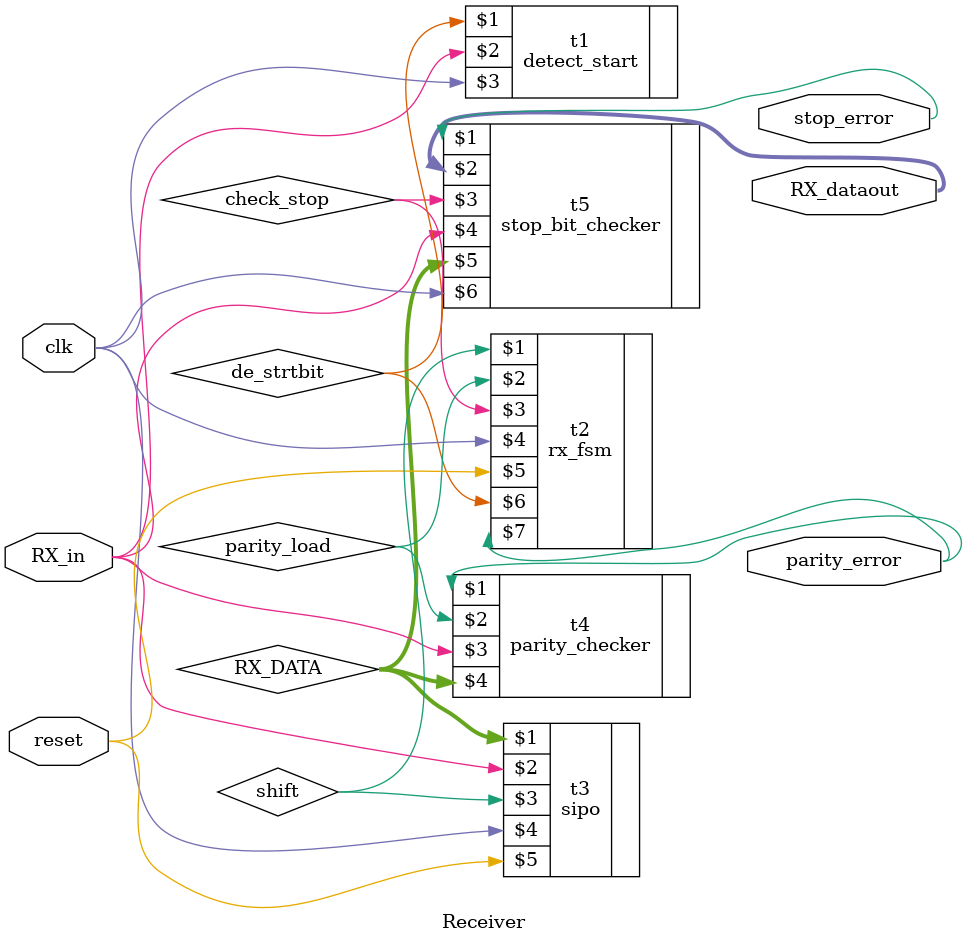
<source format=v>
`timescale 1ns / 1ps
module Receiver(stop_error,RX_dataout,RX_in,clk,reset,parity_error);
output[7:0] RX_dataout;
output stop_error,parity_error;
input RX_in,clk,reset;
wire shift,parity_load,parity_error,check_stop, de_strtbit;
wire [7:0]RX_DATA;
detect_start t1(de_strtbit,RX_in,clk );
rx_fsm t2(shift,parity_load,check_stop,clk,reset,de_strtbit,parity_error);
sipo t3(RX_DATA,RX_in,shift,clk, reset);
parity_checker t4(parity_error,parity_load,RX_in,RX_DATA );
stop_bit_checker t5(stop_error,RX_dataout,check_stop,RX_in,RX_DATA ,clk);

endmodule


</source>
